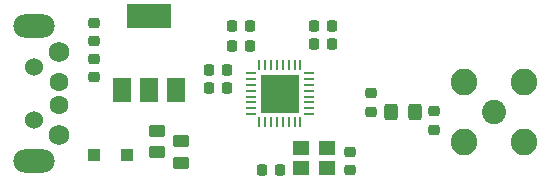
<source format=gbr>
G04 #@! TF.GenerationSoftware,KiCad,Pcbnew,6.0.4+dfsg-1+b1*
G04 #@! TF.CreationDate,2022-05-02T16:53:39-04:00*
G04 #@! TF.ProjectId,PortaNet,506f7274-614e-4657-942e-6b696361645f,4.0*
G04 #@! TF.SameCoordinates,Original*
G04 #@! TF.FileFunction,Soldermask,Top*
G04 #@! TF.FilePolarity,Negative*
%FSLAX46Y46*%
G04 Gerber Fmt 4.6, Leading zero omitted, Abs format (unit mm)*
G04 Created by KiCad (PCBNEW 6.0.4+dfsg-1+b1) date 2022-05-02 16:53:39*
%MOMM*%
%LPD*%
G01*
G04 APERTURE LIST*
G04 Aperture macros list*
%AMRoundRect*
0 Rectangle with rounded corners*
0 $1 Rounding radius*
0 $2 $3 $4 $5 $6 $7 $8 $9 X,Y pos of 4 corners*
0 Add a 4 corners polygon primitive as box body*
4,1,4,$2,$3,$4,$5,$6,$7,$8,$9,$2,$3,0*
0 Add four circle primitives for the rounded corners*
1,1,$1+$1,$2,$3*
1,1,$1+$1,$4,$5*
1,1,$1+$1,$6,$7*
1,1,$1+$1,$8,$9*
0 Add four rect primitives between the rounded corners*
20,1,$1+$1,$2,$3,$4,$5,0*
20,1,$1+$1,$4,$5,$6,$7,0*
20,1,$1+$1,$6,$7,$8,$9,0*
20,1,$1+$1,$8,$9,$2,$3,0*%
G04 Aperture macros list end*
%ADD10RoundRect,0.250000X0.450000X-0.262500X0.450000X0.262500X-0.450000X0.262500X-0.450000X-0.262500X0*%
%ADD11RoundRect,0.225000X0.225000X0.250000X-0.225000X0.250000X-0.225000X-0.250000X0.225000X-0.250000X0*%
%ADD12C,2.050000*%
%ADD13C,2.250000*%
%ADD14RoundRect,0.250000X-0.325000X-0.450000X0.325000X-0.450000X0.325000X0.450000X-0.325000X0.450000X0*%
%ADD15C,1.524000*%
%ADD16C,1.750000*%
%ADD17C,1.600000*%
%ADD18O,3.500000X2.000000*%
%ADD19RoundRect,0.225000X-0.250000X0.225000X-0.250000X-0.225000X0.250000X-0.225000X0.250000X0.225000X0*%
%ADD20RoundRect,0.062500X0.375000X0.062500X-0.375000X0.062500X-0.375000X-0.062500X0.375000X-0.062500X0*%
%ADD21RoundRect,0.062500X0.062500X0.375000X-0.062500X0.375000X-0.062500X-0.375000X0.062500X-0.375000X0*%
%ADD22R,3.300000X3.300000*%
%ADD23RoundRect,0.225000X0.250000X-0.225000X0.250000X0.225000X-0.250000X0.225000X-0.250000X-0.225000X0*%
%ADD24R,1.500000X2.000000*%
%ADD25R,3.800000X2.000000*%
%ADD26R,1.400000X1.200000*%
%ADD27R,1.100000X1.100000*%
G04 APERTURE END LIST*
D10*
X152400000Y-74525500D03*
X152400000Y-76350500D03*
X154432000Y-77239500D03*
X154432000Y-75414500D03*
D11*
X160287000Y-67310000D03*
X158737000Y-67310000D03*
X160287000Y-65659000D03*
X158737000Y-65659000D03*
X167272000Y-67183000D03*
X165722000Y-67183000D03*
X165722000Y-65659000D03*
X167272000Y-65659000D03*
D12*
X180975000Y-72898000D03*
D13*
X183515000Y-75438000D03*
X178435000Y-70358000D03*
X178435000Y-75438000D03*
X183515000Y-70358000D03*
D14*
X174253000Y-72898000D03*
X172203000Y-72898000D03*
D11*
X158382000Y-70866000D03*
X156832000Y-70866000D03*
D15*
X141986000Y-69124000D03*
X141986000Y-73624000D03*
D16*
X144086000Y-74874000D03*
D17*
X144086000Y-72374000D03*
X144086000Y-70374000D03*
D16*
X144086000Y-67874000D03*
D18*
X141986000Y-77074000D03*
X141986000Y-65674000D03*
D19*
X175895000Y-72885000D03*
X175895000Y-74435000D03*
D11*
X158382000Y-69342000D03*
X156832000Y-69342000D03*
D20*
X165251500Y-73124000D03*
X165251500Y-72624000D03*
X165251500Y-72124000D03*
X165251500Y-71624000D03*
X165251500Y-71124000D03*
X165251500Y-70624000D03*
X165251500Y-70124000D03*
X165251500Y-69624000D03*
D21*
X164564000Y-68936500D03*
X164064000Y-68936500D03*
X163564000Y-68936500D03*
X163064000Y-68936500D03*
X162564000Y-68936500D03*
X162064000Y-68936500D03*
X161564000Y-68936500D03*
X161064000Y-68936500D03*
D20*
X160376500Y-69624000D03*
X160376500Y-70124000D03*
X160376500Y-70624000D03*
X160376500Y-71124000D03*
X160376500Y-71624000D03*
X160376500Y-72124000D03*
X160376500Y-72624000D03*
X160376500Y-73124000D03*
D21*
X161064000Y-73811500D03*
X161564000Y-73811500D03*
X162064000Y-73811500D03*
X162564000Y-73811500D03*
X163064000Y-73811500D03*
X163564000Y-73811500D03*
X164064000Y-73811500D03*
X164564000Y-73811500D03*
D22*
X162814000Y-71374000D03*
D23*
X147066000Y-68440000D03*
X147066000Y-69990000D03*
D24*
X154065000Y-71095000D03*
D25*
X151765000Y-64795000D03*
D24*
X151765000Y-71095000D03*
X149465000Y-71095000D03*
D23*
X170561000Y-71361000D03*
X170561000Y-72911000D03*
D26*
X164635000Y-77685000D03*
X166835000Y-77685000D03*
X166835000Y-75985000D03*
X164635000Y-75985000D03*
D19*
X168783000Y-76314000D03*
X168783000Y-77864000D03*
D11*
X162827000Y-77851000D03*
X161277000Y-77851000D03*
D23*
X147066000Y-66942000D03*
X147066000Y-65392000D03*
D27*
X149863000Y-76581000D03*
X147063000Y-76581000D03*
M02*

</source>
